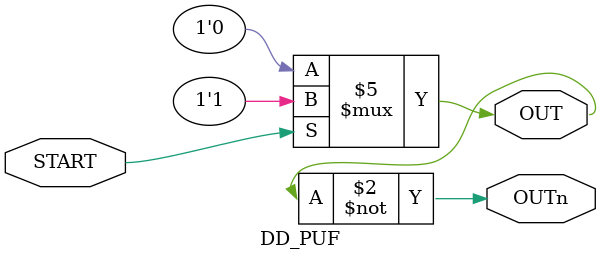
<source format=v>
`timescale 1ps/1ps

module DD_PUF (
    input START,
    output reg OUT,
    output reg OUTn
    );
    
    always @(*)
    begin
        OUTn<=~OUT;
    end
    always @(*)
    begin
        if(START)
            OUT<=1;
        else
            OUT<=0;
    end
endmodule
</source>
